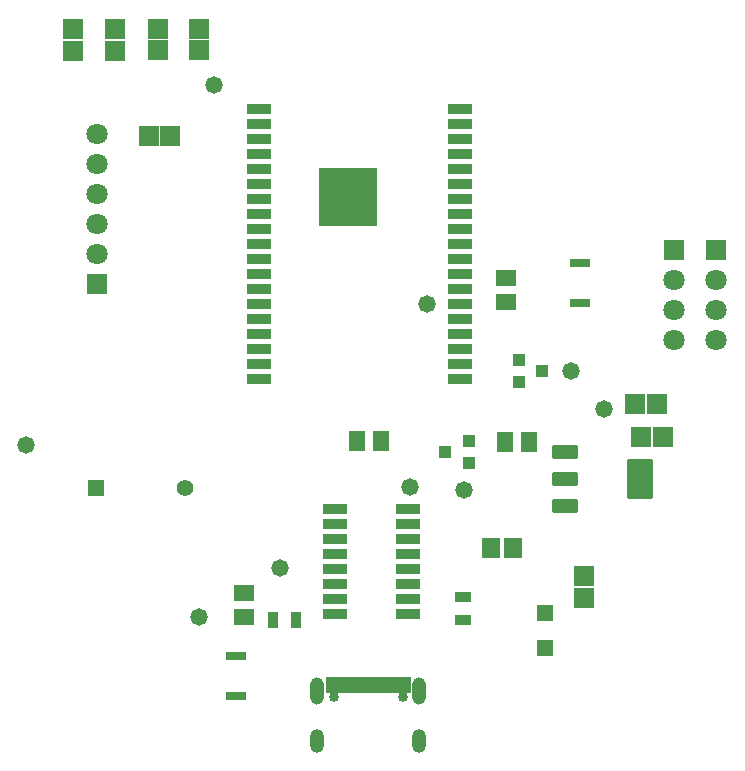
<source format=gbr>
%TF.GenerationSoftware,Altium Limited,Altium Designer,22.1.2 (22)*%
G04 Layer_Color=8388736*
%FSLAX45Y45*%
%MOMM*%
%TF.SameCoordinates,487542E7-F005-4C77-86B1-A0AEE8F943D7*%
%TF.FilePolarity,Negative*%
%TF.FileFunction,Soldermask,Top*%
%TF.Part,Single*%
G01*
G75*
%TA.AperFunction,SMDPad,CuDef*%
%ADD10R,2.00000X0.90000*%
%ADD11R,5.00000X5.00000*%
%ADD18R,1.70000X0.80000*%
%ADD20R,1.45000X0.95000*%
%ADD24R,0.95000X1.45000*%
%TA.AperFunction,ComponentPad*%
%ADD30R,1.40000X1.40000*%
%ADD31C,1.40000*%
%ADD38C,1.80320*%
%ADD39R,1.80320X1.80320*%
%ADD40C,0.85320*%
G04:AMPARAMS|DCode=41|XSize=1.2032mm|YSize=2.0032mm|CornerRadius=0.6016mm|HoleSize=0mm|Usage=FLASHONLY|Rotation=0.000|XOffset=0mm|YOffset=0mm|HoleType=Round|Shape=RoundedRectangle|*
%AMROUNDEDRECTD41*
21,1,1.20320,0.80000,0,0,0.0*
21,1,0.00000,2.00320,0,0,0.0*
1,1,1.20320,0.00000,-0.40000*
1,1,1.20320,0.00000,-0.40000*
1,1,1.20320,0.00000,0.40000*
1,1,1.20320,0.00000,0.40000*
%
%ADD41ROUNDEDRECTD41*%
G04:AMPARAMS|DCode=42|XSize=1.2032mm|YSize=2.3032mm|CornerRadius=0.6016mm|HoleSize=0mm|Usage=FLASHONLY|Rotation=0.000|XOffset=0mm|YOffset=0mm|HoleType=Round|Shape=RoundedRectangle|*
%AMROUNDEDRECTD42*
21,1,1.20320,1.10000,0,0,0.0*
21,1,0.00000,2.30320,0,0,0.0*
1,1,1.20320,0.00000,-0.55000*
1,1,1.20320,0.00000,-0.55000*
1,1,1.20320,0.00000,0.55000*
1,1,1.20320,0.00000,0.55000*
%
%ADD42ROUNDEDRECTD42*%
%TA.AperFunction,ViaPad*%
%ADD43C,1.47320*%
%TA.AperFunction,SMDPad,CuDef*%
%ADD51R,2.00320X0.84320*%
G04:AMPARAMS|DCode=52|XSize=1.2032mm|YSize=2.2532mm|CornerRadius=0.1516mm|HoleSize=0mm|Usage=FLASHONLY|Rotation=90.000|XOffset=0mm|YOffset=0mm|HoleType=Round|Shape=RoundedRectangle|*
%AMROUNDEDRECTD52*
21,1,1.20320,1.95000,0,0,90.0*
21,1,0.90000,2.25320,0,0,90.0*
1,1,0.30320,0.97500,0.45000*
1,1,0.30320,0.97500,-0.45000*
1,1,0.30320,-0.97500,-0.45000*
1,1,0.30320,-0.97500,0.45000*
%
%ADD52ROUNDEDRECTD52*%
G04:AMPARAMS|DCode=53|XSize=3.4532mm|YSize=2.2532mm|CornerRadius=0.15285mm|HoleSize=0mm|Usage=FLASHONLY|Rotation=90.000|XOffset=0mm|YOffset=0mm|HoleType=Round|Shape=RoundedRectangle|*
%AMROUNDEDRECTD53*
21,1,3.45320,1.94750,0,0,90.0*
21,1,3.14750,2.25320,0,0,90.0*
1,1,0.30570,0.97375,1.57375*
1,1,0.30570,0.97375,-1.57375*
1,1,0.30570,-0.97375,-1.57375*
1,1,0.30570,-0.97375,1.57375*
%
%ADD53ROUNDEDRECTD53*%
%ADD54R,1.75320X1.70320*%
%ADD55R,1.45320X1.75320*%
%ADD56R,1.10320X1.00320*%
%ADD57R,1.70320X1.75320*%
%TA.AperFunction,ConnectorPad*%
%ADD58R,0.50320X1.35320*%
%TA.AperFunction,SMDPad,CuDef*%
%ADD59R,1.75320X1.75320*%
%ADD60R,1.42320X1.45320*%
%ADD61R,1.60320X1.75320*%
%ADD62R,1.75320X1.45320*%
D10*
X8775700Y8166100D02*
D03*
Y8039100D02*
D03*
Y7912100D02*
D03*
Y7785100D02*
D03*
Y7658100D02*
D03*
Y7531100D02*
D03*
Y7404100D02*
D03*
Y7277100D02*
D03*
Y7150100D02*
D03*
Y7023100D02*
D03*
Y6896100D02*
D03*
Y6769100D02*
D03*
Y6642100D02*
D03*
Y6515100D02*
D03*
Y6388100D02*
D03*
Y6261100D02*
D03*
Y6134100D02*
D03*
Y6007100D02*
D03*
Y5880100D02*
D03*
X10475700D02*
D03*
Y6007100D02*
D03*
Y6134100D02*
D03*
Y6261100D02*
D03*
Y6388100D02*
D03*
Y6515100D02*
D03*
Y6642100D02*
D03*
Y6769100D02*
D03*
Y6896100D02*
D03*
Y7023100D02*
D03*
Y7150100D02*
D03*
Y7277100D02*
D03*
Y7404100D02*
D03*
Y7531100D02*
D03*
Y7658100D02*
D03*
Y7785100D02*
D03*
Y7912100D02*
D03*
Y8039100D02*
D03*
Y8166100D02*
D03*
D11*
X9525700Y7416100D02*
D03*
D18*
X11493500Y6522900D02*
D03*
Y6862900D02*
D03*
X8585200Y3190600D02*
D03*
Y3530600D02*
D03*
D20*
X10502900Y4034500D02*
D03*
Y3839500D02*
D03*
D24*
X9093200Y3835400D02*
D03*
X8898200D02*
D03*
D30*
X7392400Y4953000D02*
D03*
D31*
X8152400D02*
D03*
D38*
X12649200Y6210300D02*
D03*
Y6464300D02*
D03*
Y6718300D02*
D03*
X7404100Y7442200D02*
D03*
Y6934200D02*
D03*
Y7188200D02*
D03*
Y7696200D02*
D03*
Y7950200D02*
D03*
X12293600Y6210300D02*
D03*
Y6464300D02*
D03*
Y6718300D02*
D03*
D39*
X12649200Y6972300D02*
D03*
X7404100Y6680200D02*
D03*
X12293600Y6972300D02*
D03*
D40*
X9413800Y3181500D02*
D03*
X9991800D02*
D03*
D41*
X10134800Y2813500D02*
D03*
X9270800D02*
D03*
D42*
X10134800Y3231500D02*
D03*
X9270800D02*
D03*
D43*
X10198100Y6515100D02*
D03*
X11417300Y5943600D02*
D03*
X10058400Y4965700D02*
D03*
X10515600Y4940300D02*
D03*
X6807200Y5321300D02*
D03*
X8267700Y3860800D02*
D03*
X8394700Y8369300D02*
D03*
X11696700Y5626100D02*
D03*
X8953500Y4279900D02*
D03*
D51*
X10038700Y4775200D02*
D03*
Y4648200D02*
D03*
Y4521200D02*
D03*
Y4394200D02*
D03*
Y4267200D02*
D03*
Y4140200D02*
D03*
Y4013200D02*
D03*
Y3886200D02*
D03*
X9417700D02*
D03*
Y4013200D02*
D03*
Y4140200D02*
D03*
Y4267200D02*
D03*
Y4394200D02*
D03*
Y4521200D02*
D03*
Y4648200D02*
D03*
Y4775200D02*
D03*
D52*
X11366500Y5259200D02*
D03*
Y5029200D02*
D03*
Y4799200D02*
D03*
D53*
X12001500Y5029200D02*
D03*
D54*
X7924800Y8660300D02*
D03*
Y8840300D02*
D03*
X8267700D02*
D03*
Y8660300D02*
D03*
X11531600Y4024800D02*
D03*
Y4204800D02*
D03*
D55*
X11062600Y5346700D02*
D03*
X10857600D02*
D03*
X9605480Y5355620D02*
D03*
X9810480D02*
D03*
D56*
X10350500Y5257800D02*
D03*
X10550500Y5352800D02*
D03*
Y5162800D02*
D03*
X10974400Y6038600D02*
D03*
Y5848600D02*
D03*
X11174400Y5943600D02*
D03*
D57*
X12193100Y5384800D02*
D03*
X12013100D02*
D03*
X12143400Y5664200D02*
D03*
X11963400D02*
D03*
X8026400Y7937500D02*
D03*
X7846400D02*
D03*
D58*
X10037800Y3288000D02*
D03*
X9957800D02*
D03*
X9477800D02*
D03*
X9397800D02*
D03*
X9367800D02*
D03*
X9447800D02*
D03*
X9527800D02*
D03*
X9577800D02*
D03*
X9627800D02*
D03*
X9677800D02*
D03*
X9727800D02*
D03*
X9777800D02*
D03*
X9827800D02*
D03*
X9877800D02*
D03*
X9927800D02*
D03*
X10007800D02*
D03*
D59*
X7556500Y8839200D02*
D03*
Y8654200D02*
D03*
X7200900Y8842800D02*
D03*
Y8657800D02*
D03*
D60*
X11201400Y3894000D02*
D03*
Y3599000D02*
D03*
D61*
X10738100Y4445000D02*
D03*
X10928100D02*
D03*
D62*
X10871200Y6526900D02*
D03*
Y6731900D02*
D03*
X8648700Y3859900D02*
D03*
Y4064900D02*
D03*
%TF.MD5,903ce4b91295e20503fa9f3ac70b944d*%
M02*

</source>
